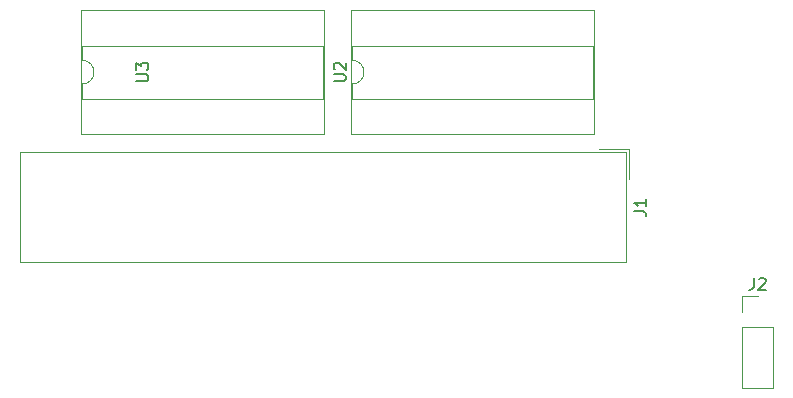
<source format=gto>
G04 #@! TF.GenerationSoftware,KiCad,Pcbnew,(5.1.2)-1*
G04 #@! TF.CreationDate,2019-06-24T21:27:01+09:30*
G04 #@! TF.ProjectId,EEPROM_Programmer,45455052-4f4d-45f5-9072-6f6772616d6d,rev?*
G04 #@! TF.SameCoordinates,Original*
G04 #@! TF.FileFunction,Legend,Top*
G04 #@! TF.FilePolarity,Positive*
%FSLAX45Y45*%
G04 Gerber Fmt 4.5, Leading zero omitted, Abs format (unit mm)*
G04 Created by KiCad (PCBNEW (5.1.2)-1) date 2019-06-24 21:27:01*
%MOMM*%
%LPD*%
G04 APERTURE LIST*
%ADD10C,0.120000*%
%ADD11C,0.150000*%
G04 APERTURE END LIST*
D10*
X17133000Y-6587000D02*
X17133000Y-7637000D01*
X19189000Y-6587000D02*
X17133000Y-6587000D01*
X19189000Y-7637000D02*
X19189000Y-6587000D01*
X17133000Y-7637000D02*
X19189000Y-7637000D01*
X17139000Y-6887000D02*
X17139000Y-7012000D01*
X19183000Y-6887000D02*
X17139000Y-6887000D01*
X19183000Y-7337000D02*
X19183000Y-6887000D01*
X17139000Y-7337000D02*
X19183000Y-7337000D01*
X17139000Y-7212000D02*
X17139000Y-7337000D01*
X17139000Y-7012000D02*
G75*
G02X17139000Y-7212000I0J-100000D01*
G01*
X20441000Y-9011000D02*
X20574000Y-9011000D01*
X20441000Y-9144000D02*
X20441000Y-9011000D01*
X20441000Y-9271000D02*
X20707000Y-9271000D01*
X20707000Y-9271000D02*
X20707000Y-9785000D01*
X20441000Y-9271000D02*
X20441000Y-9785000D01*
X20441000Y-9785000D02*
X20707000Y-9785000D01*
X19458000Y-8722500D02*
X14324000Y-8722500D01*
X14324000Y-8722500D02*
X14324000Y-7787500D01*
X14324000Y-7787500D02*
X19458000Y-7787500D01*
X19458000Y-7787500D02*
X19458000Y-8722500D01*
X19483000Y-7762500D02*
X19229000Y-7762500D01*
X19483000Y-7762500D02*
X19483000Y-8016500D01*
X14847000Y-6587000D02*
X14847000Y-7637000D01*
X16903000Y-6587000D02*
X14847000Y-6587000D01*
X16903000Y-7637000D02*
X16903000Y-6587000D01*
X14847000Y-7637000D02*
X16903000Y-7637000D01*
X14853000Y-6887000D02*
X14853000Y-7012000D01*
X16897000Y-6887000D02*
X14853000Y-6887000D01*
X16897000Y-7337000D02*
X16897000Y-6887000D01*
X14853000Y-7337000D02*
X16897000Y-7337000D01*
X14853000Y-7212000D02*
X14853000Y-7337000D01*
X14853000Y-7012000D02*
G75*
G02X14853000Y-7212000I0J-100000D01*
G01*
D11*
X16984238Y-7188190D02*
X17065190Y-7188190D01*
X17074714Y-7183428D01*
X17079476Y-7178667D01*
X17084238Y-7169143D01*
X17084238Y-7150095D01*
X17079476Y-7140571D01*
X17074714Y-7135809D01*
X17065190Y-7131048D01*
X16984238Y-7131048D01*
X16993762Y-7088190D02*
X16989000Y-7083428D01*
X16984238Y-7073905D01*
X16984238Y-7050095D01*
X16989000Y-7040571D01*
X16993762Y-7035809D01*
X17003286Y-7031048D01*
X17012810Y-7031048D01*
X17027095Y-7035809D01*
X17084238Y-7092952D01*
X17084238Y-7031048D01*
X20540667Y-8856238D02*
X20540667Y-8927667D01*
X20535905Y-8941952D01*
X20526381Y-8951476D01*
X20512095Y-8956238D01*
X20502571Y-8956238D01*
X20583524Y-8865762D02*
X20588286Y-8861000D01*
X20597810Y-8856238D01*
X20621619Y-8856238D01*
X20631143Y-8861000D01*
X20635905Y-8865762D01*
X20640667Y-8875286D01*
X20640667Y-8884810D01*
X20635905Y-8899095D01*
X20578762Y-8956238D01*
X20640667Y-8956238D01*
X19528638Y-8288333D02*
X19600067Y-8288333D01*
X19614352Y-8293095D01*
X19623876Y-8302619D01*
X19628638Y-8316905D01*
X19628638Y-8326428D01*
X19628638Y-8188333D02*
X19628638Y-8245476D01*
X19628638Y-8216905D02*
X19528638Y-8216905D01*
X19542924Y-8226428D01*
X19552448Y-8235952D01*
X19557210Y-8245476D01*
X15312238Y-7188190D02*
X15393190Y-7188190D01*
X15402714Y-7183428D01*
X15407476Y-7178667D01*
X15412238Y-7169143D01*
X15412238Y-7150095D01*
X15407476Y-7140571D01*
X15402714Y-7135809D01*
X15393190Y-7131048D01*
X15312238Y-7131048D01*
X15312238Y-7092952D02*
X15312238Y-7031048D01*
X15350333Y-7064381D01*
X15350333Y-7050095D01*
X15355095Y-7040571D01*
X15359857Y-7035809D01*
X15369381Y-7031048D01*
X15393190Y-7031048D01*
X15402714Y-7035809D01*
X15407476Y-7040571D01*
X15412238Y-7050095D01*
X15412238Y-7078667D01*
X15407476Y-7088190D01*
X15402714Y-7092952D01*
M02*

</source>
